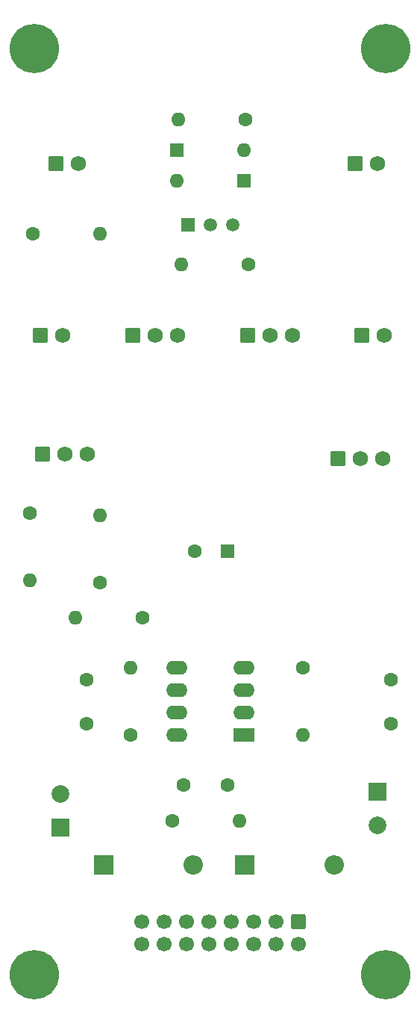
<source format=gbr>
%TF.GenerationSoftware,KiCad,Pcbnew,(6.0.7)*%
%TF.CreationDate,2023-03-07T14:28:06-05:00*%
%TF.ProjectId,ULTRA_FUZZ,554c5452-415f-4465-955a-5a2e6b696361,rev?*%
%TF.SameCoordinates,Original*%
%TF.FileFunction,Soldermask,Bot*%
%TF.FilePolarity,Negative*%
%FSLAX46Y46*%
G04 Gerber Fmt 4.6, Leading zero omitted, Abs format (unit mm)*
G04 Created by KiCad (PCBNEW (6.0.7)) date 2023-03-07 14:28:06*
%MOMM*%
%LPD*%
G01*
G04 APERTURE LIST*
G04 Aperture macros list*
%AMRoundRect*
0 Rectangle with rounded corners*
0 $1 Rounding radius*
0 $2 $3 $4 $5 $6 $7 $8 $9 X,Y pos of 4 corners*
0 Add a 4 corners polygon primitive as box body*
4,1,4,$2,$3,$4,$5,$6,$7,$8,$9,$2,$3,0*
0 Add four circle primitives for the rounded corners*
1,1,$1+$1,$2,$3*
1,1,$1+$1,$4,$5*
1,1,$1+$1,$6,$7*
1,1,$1+$1,$8,$9*
0 Add four rect primitives between the rounded corners*
20,1,$1+$1,$2,$3,$4,$5,0*
20,1,$1+$1,$4,$5,$6,$7,0*
20,1,$1+$1,$6,$7,$8,$9,0*
20,1,$1+$1,$8,$9,$2,$3,0*%
G04 Aperture macros list end*
%ADD10C,5.600000*%
%ADD11R,1.500000X1.500000*%
%ADD12C,1.500000*%
%ADD13C,1.600000*%
%ADD14O,1.600000X1.600000*%
%ADD15R,1.600000X1.600000*%
%ADD16RoundRect,0.250000X-0.620000X-0.620000X0.620000X-0.620000X0.620000X0.620000X-0.620000X0.620000X0*%
%ADD17C,1.740000*%
%ADD18R,2.000000X2.000000*%
%ADD19C,2.000000*%
%ADD20R,2.400000X1.600000*%
%ADD21O,2.400000X1.600000*%
%ADD22R,2.200000X2.200000*%
%ADD23O,2.200000X2.200000*%
%ADD24RoundRect,0.250000X-0.600000X0.600000X-0.600000X-0.600000X0.600000X-0.600000X0.600000X0.600000X0*%
%ADD25C,1.700000*%
G04 APERTURE END LIST*
D10*
%TO.C,H2*%
X144920000Y-43500000D03*
%TD*%
D11*
%TO.C,Q1*%
X122450000Y-63450000D03*
D12*
X124990000Y-63450000D03*
X127530000Y-63450000D03*
%TD*%
D13*
%TO.C,R1*%
X116000000Y-121310000D03*
D14*
X116000000Y-113690000D03*
%TD*%
D13*
%TO.C,R2*%
X104500000Y-96190000D03*
D14*
X104500000Y-103810000D03*
%TD*%
D15*
%TO.C,C6*%
X127000000Y-100500000D03*
D13*
X123200000Y-100500000D03*
%TD*%
D16*
%TO.C,J4*%
X141460000Y-56500000D03*
D17*
X144000000Y-56500000D03*
%TD*%
D18*
%TO.C,C10*%
X144000000Y-127732323D03*
D19*
X144000000Y-131532323D03*
%TD*%
D13*
%TO.C,R7*%
X135500000Y-113690000D03*
D14*
X135500000Y-121310000D03*
%TD*%
D16*
%TO.C,SW1A1*%
X116176666Y-76000000D03*
D17*
X118716666Y-76000000D03*
X121256666Y-76000000D03*
%TD*%
D13*
%TO.C,C3*%
X145500000Y-115000000D03*
X145500000Y-120000000D03*
%TD*%
%TO.C,C2*%
X111000000Y-120000000D03*
X111000000Y-115000000D03*
%TD*%
D18*
%TO.C,C9*%
X108000000Y-131767677D03*
D19*
X108000000Y-127967677D03*
%TD*%
D20*
%TO.C,U1*%
X128800000Y-121300000D03*
D21*
X128800000Y-118760000D03*
X128800000Y-116220000D03*
X128800000Y-113680000D03*
X121180000Y-113680000D03*
X121180000Y-116220000D03*
X121180000Y-118760000D03*
X121180000Y-121300000D03*
%TD*%
D22*
%TO.C,D4*%
X128920000Y-136000000D03*
D23*
X139080000Y-136000000D03*
%TD*%
D15*
%TO.C,D2*%
X121190000Y-55000000D03*
D14*
X128810000Y-55000000D03*
%TD*%
D22*
%TO.C,D3*%
X112920000Y-136000000D03*
D23*
X123080000Y-136000000D03*
%TD*%
D15*
%TO.C,D1*%
X128810000Y-58500000D03*
D14*
X121190000Y-58500000D03*
%TD*%
D13*
%TO.C,R8*%
X120690000Y-131000000D03*
D14*
X128310000Y-131000000D03*
%TD*%
D13*
%TO.C,R3*%
X112500000Y-104000000D03*
D14*
X112500000Y-96380000D03*
%TD*%
D13*
%TO.C,R11*%
X129000000Y-51500000D03*
D14*
X121380000Y-51500000D03*
%TD*%
D16*
%TO.C,J8*%
X107500000Y-56500000D03*
D17*
X110040000Y-56500000D03*
%TD*%
D13*
%TO.C,C1*%
X127000000Y-127000000D03*
X122000000Y-127000000D03*
%TD*%
D24*
%TO.C,J3*%
X135000000Y-142460000D03*
D25*
X135000000Y-145000000D03*
X132460000Y-142460000D03*
X132460000Y-145000000D03*
X129920000Y-142460000D03*
X129920000Y-145000000D03*
X127380000Y-142460000D03*
X127380000Y-145000000D03*
X124840000Y-142460000D03*
X124840000Y-145000000D03*
X122300000Y-142460000D03*
X122300000Y-145000000D03*
X119760000Y-142460000D03*
X119760000Y-145000000D03*
X117220000Y-142460000D03*
X117220000Y-145000000D03*
%TD*%
D10*
%TO.C,H4*%
X144920000Y-148500000D03*
%TD*%
%TO.C,H1*%
X105080000Y-43500000D03*
%TD*%
D16*
%TO.C,J1*%
X105730000Y-76000000D03*
D17*
X108270000Y-76000000D03*
%TD*%
D13*
%TO.C,R10*%
X129310000Y-68000000D03*
D14*
X121690000Y-68000000D03*
%TD*%
D13*
%TO.C,R9*%
X104880000Y-64500000D03*
D14*
X112500000Y-64500000D03*
%TD*%
D16*
%TO.C,R5*%
X139460000Y-90000000D03*
D17*
X142000000Y-90000000D03*
X144540000Y-90000000D03*
%TD*%
D16*
%TO.C,SW1B1*%
X129243332Y-76000000D03*
D17*
X131783332Y-76000000D03*
X134323332Y-76000000D03*
%TD*%
D16*
%TO.C,R4*%
X105960000Y-89500000D03*
D17*
X108500000Y-89500000D03*
X111040000Y-89500000D03*
%TD*%
D16*
%TO.C,J2*%
X142230000Y-76000000D03*
D17*
X144770000Y-76000000D03*
%TD*%
D10*
%TO.C,H3*%
X105080000Y-148500000D03*
%TD*%
D13*
%TO.C,R6*%
X117310000Y-108000000D03*
D14*
X109690000Y-108000000D03*
%TD*%
M02*

</source>
